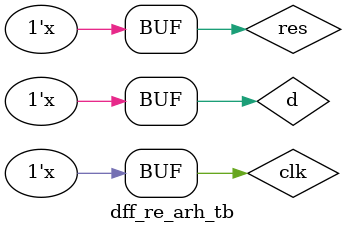
<source format=v>
`include "Hadif_B190513CS_Q01c.v"
module dff_re_arh_tb;

wire q, q1;
reg clk, d, res;

dff_re_arh dff1(q, q1, d, clk, res);

initial
begin
  clk=0;
  d=0;
  res=1;
  $dumpfile("dff.vcd");
  $dumpvars(0, dff1);
  $display("clk res d q q'");
  $monitor(" %b  %b  %b %b %b", clk, res, d, q, q1);
end

always #5 d = ~d;
always #3 clk = ~clk;
always #13 res = ~res;

endmodule
</source>
